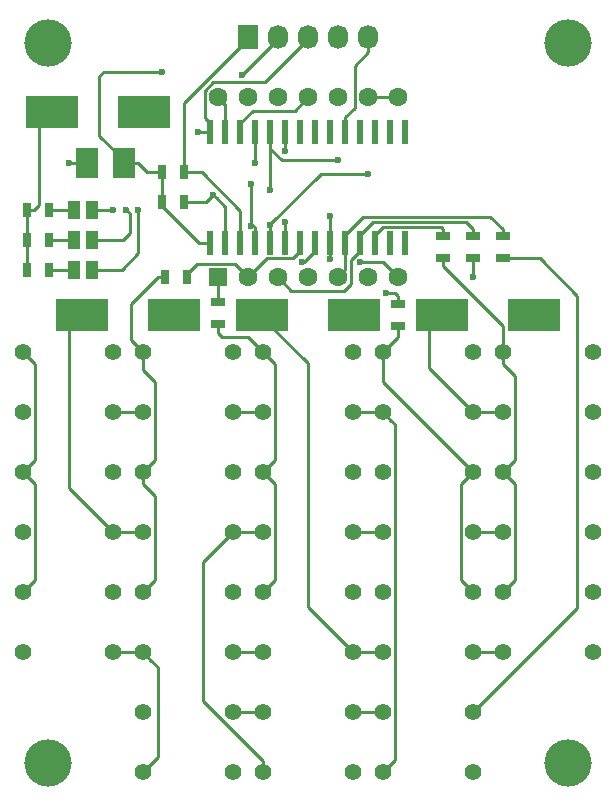
<source format=gbl>
%TF.GenerationSoftware,KiCad,Pcbnew,(after 2015-mar-04 BZR unknown)-product*%
%TF.CreationDate,2015-05-12T22:31:50+02:00*%
%TF.JobID,7seg_htk16k33,377365675F68746B31366B33332E6B69,rev?*%
%TF.FileFunction,Copper,L2,Bot,Signal*%
%FSLAX46Y46*%
G04 Gerber Fmt 4.6, Leading zero omitted, Abs format (unit mm)*
G04 Created by KiCad (PCBNEW (after 2015-mar-04 BZR unknown)-product) date 12/05/2015 22:31:50*
%MOMM*%
G01*
G04 APERTURE LIST*
%ADD10C,0.020000*%
%ADD11C,4.000000*%
%ADD12C,1.397000*%
%ADD13R,1.016000X1.524000*%
%ADD14R,1.950720X2.499360*%
%ADD15R,4.498340X2.700020*%
%ADD16R,1.600000X1.600000*%
%ADD17C,1.600000*%
%ADD18R,1.727200X2.032000*%
%ADD19O,1.727200X2.032000*%
%ADD20R,0.700000X1.300000*%
%ADD21R,1.300000X0.700000*%
%ADD22R,0.600000X2.000000*%
%ADD23C,0.600000*%
%ADD24C,0.250000*%
G04 APERTURE END LIST*
D10*
D11*
X47000000Y-64000000D03*
X3000000Y-64000000D03*
X3000000Y-3000000D03*
D12*
X49130000Y-29210000D03*
X49130000Y-34290000D03*
X41510000Y-29210000D03*
X41510000Y-34290000D03*
D13*
X5188000Y-22225000D03*
X6712000Y-22225000D03*
X5188000Y-19685000D03*
X6712000Y-19685000D03*
X5188000Y-17145000D03*
X6712000Y-17145000D03*
D14*
X6305600Y-13208000D03*
X9404400Y-13208000D03*
D15*
X3318560Y-8890000D03*
X11121440Y-8890000D03*
X36338560Y-26035000D03*
X44141440Y-26035000D03*
X5858560Y-26035000D03*
X13661440Y-26035000D03*
X21098560Y-26035000D03*
X28901440Y-26035000D03*
D16*
X17380000Y-22860000D03*
D17*
X19920000Y-22860000D03*
X22460000Y-22860000D03*
X25000000Y-22860000D03*
X27540000Y-22860000D03*
X30080000Y-22860000D03*
X32620000Y-22860000D03*
X32620000Y-7620000D03*
X30080000Y-7620000D03*
X27540000Y-7620000D03*
X25000000Y-7620000D03*
X22460000Y-7620000D03*
X19920000Y-7620000D03*
X17380000Y-7620000D03*
D18*
X19920000Y-2540000D03*
D19*
X22460000Y-2540000D03*
X25000000Y-2540000D03*
X27540000Y-2540000D03*
X30080000Y-2540000D03*
D20*
X1190000Y-22225000D03*
X3090000Y-22225000D03*
X1190000Y-19685000D03*
X3090000Y-19685000D03*
X1190000Y-17145000D03*
X3090000Y-17145000D03*
X14774000Y-22860000D03*
X12874000Y-22860000D03*
D21*
X17380000Y-24958000D03*
X17380000Y-26858000D03*
X32620000Y-25085000D03*
X32620000Y-26985000D03*
X41510000Y-19370000D03*
X41510000Y-21270000D03*
X38970000Y-19370000D03*
X38970000Y-21270000D03*
X36430000Y-19370000D03*
X36430000Y-21270000D03*
D20*
X12620000Y-16510000D03*
X14520000Y-16510000D03*
X12620000Y-13970000D03*
X14520000Y-13970000D03*
D12*
X18650000Y-29210000D03*
X18650000Y-34290000D03*
X11030000Y-29210000D03*
X11030000Y-34290000D03*
X18650000Y-39370000D03*
X18650000Y-44450000D03*
X11030000Y-39370000D03*
X11030000Y-44450000D03*
X18650000Y-49530000D03*
X18650000Y-54610000D03*
X11030000Y-49530000D03*
X11030000Y-54610000D03*
X28810000Y-29210000D03*
X28810000Y-34290000D03*
X21190000Y-29210000D03*
X21190000Y-34290000D03*
X28810000Y-39370000D03*
X28810000Y-44450000D03*
X21190000Y-39370000D03*
X21190000Y-44450000D03*
X28810000Y-49530000D03*
X28810000Y-54610000D03*
X21190000Y-49530000D03*
X21190000Y-54610000D03*
X38970000Y-29210000D03*
X38970000Y-34290000D03*
X31350000Y-29210000D03*
X31350000Y-34290000D03*
X38970000Y-39370000D03*
X38970000Y-44450000D03*
X31350000Y-39370000D03*
X31350000Y-44450000D03*
X38970000Y-49530000D03*
X38970000Y-54610000D03*
X31350000Y-49530000D03*
X31350000Y-54610000D03*
X38970000Y-59690000D03*
X38970000Y-64770000D03*
X31350000Y-59690000D03*
X31350000Y-64770000D03*
X28810000Y-59690000D03*
X28810000Y-64770000D03*
X21190000Y-59690000D03*
X21190000Y-64770000D03*
X18650000Y-59690000D03*
X18650000Y-64770000D03*
X11030000Y-59690000D03*
X11030000Y-64770000D03*
X8490000Y-29210000D03*
X8490000Y-34290000D03*
X870000Y-29210000D03*
X870000Y-34290000D03*
X8490000Y-39370000D03*
X8490000Y-44450000D03*
X870000Y-39370000D03*
X870000Y-44450000D03*
X8490000Y-49530000D03*
X8490000Y-54610000D03*
X870000Y-49530000D03*
X870000Y-54610000D03*
X49130000Y-39370000D03*
X49130000Y-44450000D03*
X41510000Y-39370000D03*
X41510000Y-44450000D03*
X49130000Y-49530000D03*
X49130000Y-54610000D03*
X41510000Y-49530000D03*
X41510000Y-54610000D03*
D22*
X16745000Y-10540000D03*
X18015000Y-10540000D03*
X19285000Y-10540000D03*
X20555000Y-10540000D03*
X21825000Y-10540000D03*
X23095000Y-10540000D03*
X24365000Y-10540000D03*
X25635000Y-10540000D03*
X26905000Y-10540000D03*
X28175000Y-10540000D03*
X29445000Y-10540000D03*
X30715000Y-10540000D03*
X31985000Y-10540000D03*
X33255000Y-10540000D03*
X33255000Y-19940000D03*
X31985000Y-19940000D03*
X30715000Y-19940000D03*
X29445000Y-19940000D03*
X28175000Y-19940000D03*
X26905000Y-19940000D03*
X25635000Y-19940000D03*
X24365000Y-19940000D03*
X23095000Y-19940000D03*
X21825000Y-19940000D03*
X20555000Y-19940000D03*
X19285000Y-19940000D03*
X18015000Y-19940000D03*
X16745000Y-19940000D03*
D11*
X47000000Y-3000000D03*
D23*
X10649000Y-17145000D03*
X23095000Y-18161000D03*
X9633000Y-17145000D03*
X21825000Y-18415000D03*
X30080000Y-14097000D03*
X8490000Y-17145000D03*
X20174000Y-18532020D03*
X20174000Y-14986000D03*
X4807000Y-13208000D03*
X15729000Y-10541000D03*
X12681000Y-5461000D03*
X20555000Y-13207997D03*
X29445000Y-21590000D03*
X21825002Y-15494000D03*
X27540000Y-12954000D03*
X24464422Y-21590000D03*
X23094999Y-12192001D03*
X26905000Y-17653000D03*
X31604000Y-24184988D03*
X26905000Y-21336000D03*
X19412000Y-5715000D03*
X16999000Y-15875002D03*
X38970000Y-22860000D03*
D24*
X5188000Y-22225000D02*
X3090000Y-22225000D01*
X10649000Y-17145000D02*
X10649000Y-20828000D01*
X10649000Y-20828000D02*
X9252000Y-22225000D01*
X7470000Y-22225000D02*
X9252000Y-22225000D01*
X6712000Y-22225000D02*
X7470000Y-22225000D01*
X23095000Y-19940000D02*
X23095000Y-18161000D01*
X5188000Y-19685000D02*
X3090000Y-19685000D01*
X9932999Y-19131001D02*
X9379000Y-19685000D01*
X9379000Y-19685000D02*
X6712000Y-19685000D01*
X9633000Y-17145000D02*
X9932999Y-17444999D01*
X9932999Y-17444999D02*
X9932999Y-19131001D01*
X6712000Y-19685000D02*
X8998000Y-19685000D01*
X21825000Y-18378998D02*
X26106998Y-14097000D01*
X21825000Y-19940000D02*
X21825000Y-18378998D01*
X29655736Y-14097000D02*
X30080000Y-14097000D01*
X26106998Y-14097000D02*
X29655736Y-14097000D01*
X32620000Y-7620000D02*
X30080000Y-7620000D01*
X3090000Y-17145000D02*
X5188000Y-17145000D01*
X8490000Y-17145000D02*
X6712000Y-17145000D01*
X20397020Y-18532020D02*
X20174000Y-18532020D01*
X20555000Y-18690000D02*
X20397020Y-18532020D01*
X20555000Y-19940000D02*
X20555000Y-18690000D01*
X20174000Y-14986000D02*
X20174000Y-18532020D01*
X6712000Y-17145000D02*
X8109000Y-17145000D01*
X16745000Y-10540000D02*
X16745000Y-9840000D01*
X16745000Y-9840000D02*
X16254999Y-9349999D01*
X16254999Y-9349999D02*
X16254999Y-7079999D01*
X16254999Y-7079999D02*
X16984998Y-6350000D01*
X16984998Y-6350000D02*
X21342400Y-6350000D01*
X21342400Y-6350000D02*
X25000000Y-2692400D01*
X25000000Y-2692400D02*
X25000000Y-2540000D01*
X4807000Y-13208000D02*
X6305600Y-13208000D01*
X16745000Y-10540000D02*
X15730000Y-10540000D01*
X15730000Y-10540000D02*
X15729000Y-10541000D01*
X7728000Y-5461000D02*
X7347000Y-5842000D01*
X7347000Y-5842000D02*
X7347000Y-10876280D01*
X12681000Y-5461000D02*
X7728000Y-5461000D01*
X9404400Y-13208000D02*
X9404400Y-12933680D01*
X9404400Y-12933680D02*
X7347000Y-10876280D01*
X11391760Y-13970000D02*
X12620000Y-13970000D01*
X9404400Y-13208000D02*
X10629760Y-13208000D01*
X10629760Y-13208000D02*
X11391760Y-13970000D01*
X12620000Y-16510000D02*
X12620000Y-16810000D01*
X12620000Y-16810000D02*
X15750000Y-19940000D01*
X15750000Y-19940000D02*
X16195000Y-19940000D01*
X16195000Y-19940000D02*
X16745000Y-19940000D01*
X12620000Y-13970000D02*
X12620000Y-16510000D01*
X2218740Y-12065000D02*
X2218740Y-12680806D01*
X2218740Y-12680806D02*
X2218740Y-16716260D01*
X2218740Y-8890000D02*
X2218740Y-10490010D01*
X2218740Y-10490010D02*
X2218740Y-12680806D01*
X2218740Y-16716260D02*
X1790000Y-17145000D01*
X1790000Y-17145000D02*
X1190000Y-17145000D01*
X1190000Y-19685000D02*
X1190000Y-22225000D01*
X1190000Y-17145000D02*
X1190000Y-19685000D01*
X18015000Y-10540000D02*
X18015000Y-8255000D01*
X18015000Y-8255000D02*
X17380000Y-7620000D01*
X38970000Y-34290000D02*
X41510000Y-34290000D01*
X8490000Y-34290000D02*
X9477828Y-34290000D01*
X9477828Y-34290000D02*
X11030000Y-34290000D01*
X35238740Y-26035000D02*
X35238740Y-30558740D01*
X35238740Y-30558740D02*
X38970000Y-34290000D01*
X31350000Y-64770000D02*
X32373501Y-63746499D01*
X32373501Y-63746499D02*
X32373501Y-35313501D01*
X32373501Y-35313501D02*
X32048499Y-34988499D01*
X32048499Y-34988499D02*
X31350000Y-34290000D01*
X28810000Y-34290000D02*
X31350000Y-34290000D01*
X18650000Y-34290000D02*
X21190000Y-34290000D01*
X25000000Y-7620000D02*
X23874999Y-8745001D01*
X23874999Y-8745001D02*
X20379999Y-8745001D01*
X20379999Y-8745001D02*
X19285000Y-9840000D01*
X19285000Y-9840000D02*
X19285000Y-10540000D01*
X4758740Y-26035000D02*
X4758740Y-40718740D01*
X4758740Y-40718740D02*
X8490000Y-44450000D01*
X8490000Y-44450000D02*
X11030000Y-44450000D01*
X38970000Y-44450000D02*
X41510000Y-44450000D01*
X28810000Y-44450000D02*
X31350000Y-44450000D01*
X18650000Y-44450000D02*
X21190000Y-44450000D01*
X21190000Y-63782172D02*
X16110000Y-58702172D01*
X21190000Y-64770000D02*
X21190000Y-63782172D01*
X16110000Y-46990000D02*
X18650000Y-44450000D01*
X16110000Y-58702172D02*
X16110000Y-46990000D01*
X20555000Y-10540000D02*
X20555000Y-13207997D01*
X32620000Y-22860000D02*
X31350000Y-21590000D01*
X31350000Y-21590000D02*
X29445000Y-21590000D01*
X25000000Y-30137100D02*
X25000000Y-50800000D01*
X25000000Y-50800000D02*
X28810000Y-54610000D01*
X20897900Y-26035000D02*
X25000000Y-30137100D01*
X38970000Y-54610000D02*
X41510000Y-54610000D01*
X8490000Y-54610000D02*
X9477828Y-54610000D01*
X9477828Y-54610000D02*
X11030000Y-54610000D01*
X11030000Y-64770000D02*
X12300000Y-63500000D01*
X12300000Y-63500000D02*
X12300000Y-55880000D01*
X12300000Y-55880000D02*
X11728499Y-55308499D01*
X11728499Y-55308499D02*
X11030000Y-54610000D01*
X18650000Y-54610000D02*
X21190000Y-54610000D01*
X28810000Y-54610000D02*
X31350000Y-54610000D01*
X19998740Y-26035000D02*
X20897900Y-26035000D01*
X21825000Y-15493998D02*
X21825002Y-15494000D01*
X21825000Y-10540000D02*
X21825000Y-15493998D01*
X27115736Y-12954000D02*
X27540000Y-12954000D01*
X22804998Y-12954000D02*
X27115736Y-12954000D01*
X21825000Y-11974002D02*
X22804998Y-12954000D01*
X21825000Y-10540000D02*
X21825000Y-11974002D01*
X24685000Y-21590000D02*
X24600002Y-21590000D01*
X25635000Y-19940000D02*
X25635000Y-20640000D01*
X25635000Y-20640000D02*
X24685000Y-21590000D01*
X24600002Y-21590000D02*
X24464422Y-21590000D01*
X25635000Y-19940000D02*
X25635000Y-20828000D01*
X17380000Y-24958000D02*
X17380000Y-22860000D01*
X19920000Y-22860000D02*
X21514999Y-21265001D01*
X23739999Y-21265001D02*
X24365000Y-20640000D01*
X21514999Y-21265001D02*
X23739999Y-21265001D01*
X24365000Y-20640000D02*
X24365000Y-19940000D01*
X14774000Y-22560000D02*
X14774000Y-22860000D01*
X15599001Y-21734999D02*
X14774000Y-22560000D01*
X18794999Y-21734999D02*
X15599001Y-21734999D01*
X19920000Y-22860000D02*
X18794999Y-21734999D01*
X38970000Y-19370000D02*
X38970000Y-18770000D01*
X38364990Y-18164990D02*
X30520010Y-18164990D01*
X38970000Y-18770000D02*
X38364990Y-18164990D01*
X30520010Y-18164990D02*
X29445000Y-19240000D01*
X29445000Y-19240000D02*
X29445000Y-19940000D01*
X29445000Y-19940000D02*
X29445000Y-20640000D01*
X29445000Y-20640000D02*
X28665001Y-21419999D01*
X28665001Y-21419999D02*
X28665001Y-23400001D01*
X28665001Y-23400001D02*
X28080001Y-23985001D01*
X28080001Y-23985001D02*
X23585001Y-23985001D01*
X23585001Y-23985001D02*
X22460000Y-22860000D01*
X41510000Y-19370000D02*
X41510000Y-18770000D01*
X41510000Y-18770000D02*
X40454980Y-17714980D01*
X40454980Y-17714980D02*
X29700020Y-17714980D01*
X29700020Y-17714980D02*
X28175000Y-19240000D01*
X28175000Y-19240000D02*
X28175000Y-19940000D01*
X28175000Y-19940000D02*
X28175000Y-22225000D01*
X28175000Y-22225000D02*
X27540000Y-22860000D01*
X23095000Y-12065000D02*
X23094999Y-12065001D01*
X23095000Y-10540000D02*
X23095000Y-12065000D01*
X23094999Y-12065001D02*
X23094999Y-12192001D01*
X26905000Y-19940000D02*
X26905000Y-17653000D01*
X32620000Y-25085000D02*
X32620000Y-24469558D01*
X32620000Y-24469558D02*
X32335430Y-24184988D01*
X32335430Y-24184988D02*
X32028264Y-24184988D01*
X32028264Y-24184988D02*
X31604000Y-24184988D01*
X26905000Y-19940000D02*
X26905000Y-21336000D01*
X19285000Y-19940000D02*
X19285000Y-17235996D01*
X15120000Y-13970000D02*
X14520000Y-13970000D01*
X19285000Y-17235996D02*
X16019004Y-13970000D01*
X16019004Y-13970000D02*
X15120000Y-13970000D01*
X19920000Y-2540000D02*
X19920000Y-2692400D01*
X19920000Y-2692400D02*
X14520000Y-8092400D01*
X14520000Y-8092400D02*
X14520000Y-13070000D01*
X14520000Y-13070000D02*
X14520000Y-13970000D01*
X22460000Y-2540000D02*
X22460000Y-2692400D01*
X22460000Y-2692400D02*
X19437400Y-5715000D01*
X19437400Y-5715000D02*
X19412000Y-5715000D01*
X17298999Y-16175001D02*
X16999000Y-15875002D01*
X18015000Y-19940000D02*
X18015000Y-16891002D01*
X16699001Y-16175001D02*
X16999000Y-15875002D01*
X16364002Y-16510000D02*
X16699001Y-16175001D01*
X18015000Y-16891002D02*
X17298999Y-16175001D01*
X14520000Y-16510000D02*
X16364002Y-16510000D01*
X28175000Y-10540000D02*
X28175000Y-9290000D01*
X30080000Y-3806000D02*
X30080000Y-2540000D01*
X28175000Y-9290000D02*
X28954999Y-8510001D01*
X28954999Y-8510001D02*
X28954999Y-4931001D01*
X28954999Y-4931001D02*
X30080000Y-3806000D01*
X11030000Y-29210000D02*
X11030000Y-30734000D01*
X12053501Y-31757501D02*
X12053501Y-38346499D01*
X11728499Y-38671501D02*
X11030000Y-39370000D01*
X12053501Y-38346499D02*
X11728499Y-38671501D01*
X11030000Y-30734000D02*
X12053501Y-31757501D01*
X11030000Y-39370000D02*
X11030000Y-40386000D01*
X11728499Y-48831501D02*
X11030000Y-49530000D01*
X12053501Y-48506499D02*
X11728499Y-48831501D01*
X12053501Y-41409501D02*
X12053501Y-48506499D01*
X11030000Y-40386000D02*
X12053501Y-41409501D01*
X12274000Y-22860000D02*
X10014000Y-25120000D01*
X12874000Y-22860000D02*
X12274000Y-22860000D01*
X10014000Y-28194000D02*
X11030000Y-29210000D01*
X10014000Y-25120000D02*
X10014000Y-28194000D01*
X21190000Y-29210000D02*
X22213501Y-30233501D01*
X22213501Y-30233501D02*
X22213501Y-38346499D01*
X22213501Y-38346499D02*
X21888499Y-38671501D01*
X21888499Y-38671501D02*
X21190000Y-39370000D01*
X21888499Y-48831501D02*
X21190000Y-49530000D01*
X22213501Y-48506499D02*
X21888499Y-48831501D01*
X22213501Y-40393501D02*
X22213501Y-48506499D01*
X21190000Y-39370000D02*
X22213501Y-40393501D01*
X17380000Y-27600442D02*
X17719558Y-27940000D01*
X17380000Y-26858000D02*
X17380000Y-27600442D01*
X19920000Y-27940000D02*
X21190000Y-29210000D01*
X17719558Y-27940000D02*
X19920000Y-27940000D01*
X32620000Y-26985000D02*
X32620000Y-27940000D01*
X32620000Y-27940000D02*
X31350000Y-29210000D01*
X31350000Y-31750000D02*
X38970000Y-39370000D01*
X31350000Y-29210000D02*
X31350000Y-31750000D01*
X38970000Y-39370000D02*
X37954000Y-40386000D01*
X38271501Y-48831501D02*
X38970000Y-49530000D01*
X37946499Y-48506499D02*
X38271501Y-48831501D01*
X37946499Y-43958719D02*
X37946499Y-48506499D01*
X37954000Y-43951218D02*
X37946499Y-43958719D01*
X37954000Y-40386000D02*
X37954000Y-43951218D01*
X41510000Y-21270000D02*
X44660442Y-21270000D01*
X44660442Y-21270000D02*
X47815431Y-24424989D01*
X47815431Y-24424989D02*
X47815431Y-50844569D01*
X47815431Y-50844569D02*
X39668499Y-58991501D01*
X39668499Y-58991501D02*
X38970000Y-59690000D01*
X21190000Y-59690000D02*
X18650000Y-59690000D01*
X31350000Y-59690000D02*
X28810000Y-59690000D01*
X38970000Y-21270000D02*
X38970000Y-22860000D01*
X1568499Y-48831501D02*
X870000Y-49530000D01*
X870000Y-39370000D02*
X1893501Y-40393501D01*
X1893501Y-40393501D02*
X1893501Y-48506499D01*
X1893501Y-48506499D02*
X1568499Y-48831501D01*
X870000Y-29210000D02*
X1893501Y-30233501D01*
X1893501Y-30233501D02*
X1893501Y-38346499D01*
X1893501Y-38346499D02*
X1568499Y-38671501D01*
X1568499Y-38671501D02*
X870000Y-39370000D01*
X36430000Y-19370000D02*
X36430000Y-18770000D01*
X36430000Y-18770000D02*
X36274999Y-18614999D01*
X36274999Y-18614999D02*
X31340001Y-18614999D01*
X31340001Y-18614999D02*
X30715000Y-19240000D01*
X30715000Y-19240000D02*
X30715000Y-19940000D01*
X36430000Y-21270000D02*
X36430000Y-21870000D01*
X36430000Y-21870000D02*
X41510000Y-26950000D01*
X41510000Y-26950000D02*
X41510000Y-28222172D01*
X41510000Y-28222172D02*
X41510000Y-29210000D01*
X42208499Y-48831501D02*
X41510000Y-49530000D01*
X41510000Y-39370000D02*
X42533501Y-40393501D01*
X42533501Y-40393501D02*
X42533501Y-48506499D01*
X42533501Y-48506499D02*
X42208499Y-48831501D01*
X41510000Y-29210000D02*
X41510000Y-30197828D01*
X41510000Y-30197828D02*
X42533501Y-31221329D01*
X42533501Y-31221329D02*
X42533501Y-38346499D01*
X42533501Y-38346499D02*
X42208499Y-38671501D01*
X42208499Y-38671501D02*
X41510000Y-39370000D01*
M02*

</source>
